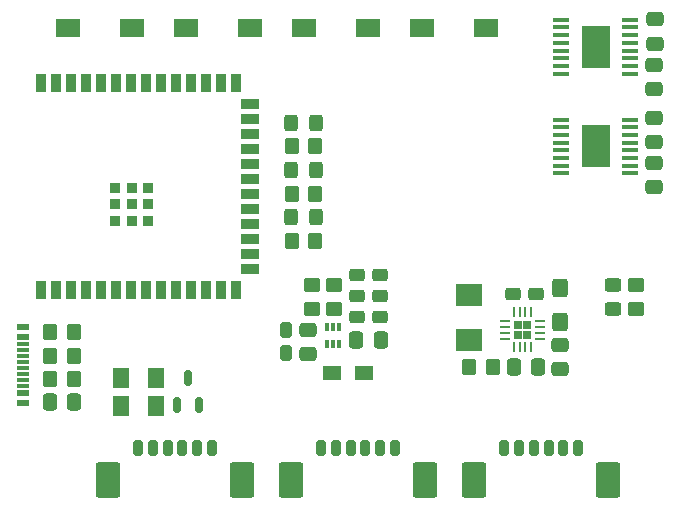
<source format=gtp>
G04 #@! TF.GenerationSoftware,KiCad,Pcbnew,8.0.4*
G04 #@! TF.CreationDate,2024-09-24T15:17:15+02:00*
G04 #@! TF.ProjectId,SUMEC_MK_IV,53554d45-435f-44d4-9b5f-49562e6b6963,v2.1.1*
G04 #@! TF.SameCoordinates,Original*
G04 #@! TF.FileFunction,Paste,Top*
G04 #@! TF.FilePolarity,Positive*
%FSLAX46Y46*%
G04 Gerber Fmt 4.6, Leading zero omitted, Abs format (unit mm)*
G04 Created by KiCad (PCBNEW 8.0.4) date 2024-09-24 15:17:15*
%MOMM*%
%LPD*%
G01*
G04 APERTURE LIST*
G04 Aperture macros list*
%AMRoundRect*
0 Rectangle with rounded corners*
0 $1 Rounding radius*
0 $2 $3 $4 $5 $6 $7 $8 $9 X,Y pos of 4 corners*
0 Add a 4 corners polygon primitive as box body*
4,1,4,$2,$3,$4,$5,$6,$7,$8,$9,$2,$3,0*
0 Add four circle primitives for the rounded corners*
1,1,$1+$1,$2,$3*
1,1,$1+$1,$4,$5*
1,1,$1+$1,$6,$7*
1,1,$1+$1,$8,$9*
0 Add four rect primitives between the rounded corners*
20,1,$1+$1,$2,$3,$4,$5,0*
20,1,$1+$1,$4,$5,$6,$7,0*
20,1,$1+$1,$6,$7,$8,$9,0*
20,1,$1+$1,$8,$9,$2,$3,0*%
G04 Aperture macros list end*
%ADD10RoundRect,0.250000X-0.450000X0.350000X-0.450000X-0.350000X0.450000X-0.350000X0.450000X0.350000X0*%
%ADD11RoundRect,0.182500X-0.182500X-0.182500X0.182500X-0.182500X0.182500X0.182500X-0.182500X0.182500X0*%
%ADD12RoundRect,0.062500X-0.350000X-0.062500X0.350000X-0.062500X0.350000X0.062500X-0.350000X0.062500X0*%
%ADD13RoundRect,0.062500X-0.062500X-0.350000X0.062500X-0.350000X0.062500X0.350000X-0.062500X0.350000X0*%
%ADD14RoundRect,0.200000X-0.200000X-0.450000X0.200000X-0.450000X0.200000X0.450000X-0.200000X0.450000X0*%
%ADD15RoundRect,0.250001X-0.799999X-1.249999X0.799999X-1.249999X0.799999X1.249999X-0.799999X1.249999X0*%
%ADD16R,1.475000X0.450000*%
%ADD17R,2.460000X3.550000*%
%ADD18RoundRect,0.250000X-0.337500X-0.475000X0.337500X-0.475000X0.337500X0.475000X-0.337500X0.475000X0*%
%ADD19RoundRect,0.250000X0.475000X-0.337500X0.475000X0.337500X-0.475000X0.337500X-0.475000X-0.337500X0*%
%ADD20RoundRect,0.250001X-0.462499X-0.624999X0.462499X-0.624999X0.462499X0.624999X-0.462499X0.624999X0*%
%ADD21RoundRect,0.250000X-0.475000X0.337500X-0.475000X-0.337500X0.475000X-0.337500X0.475000X0.337500X0*%
%ADD22RoundRect,0.250000X-0.350000X-0.450000X0.350000X-0.450000X0.350000X0.450000X-0.350000X0.450000X0*%
%ADD23RoundRect,0.150000X0.150000X-0.512500X0.150000X0.512500X-0.150000X0.512500X-0.150000X-0.512500X0*%
%ADD24R,2.000000X1.600000*%
%ADD25RoundRect,0.250000X-0.450000X0.325000X-0.450000X-0.325000X0.450000X-0.325000X0.450000X0.325000X0*%
%ADD26RoundRect,0.250000X-0.400000X-0.275000X0.400000X-0.275000X0.400000X0.275000X-0.400000X0.275000X0*%
%ADD27R,1.140000X0.600000*%
%ADD28R,1.140000X0.300000*%
%ADD29RoundRect,0.250000X0.325000X0.450000X-0.325000X0.450000X-0.325000X-0.450000X0.325000X-0.450000X0*%
%ADD30RoundRect,0.250000X0.425000X-0.537500X0.425000X0.537500X-0.425000X0.537500X-0.425000X-0.537500X0*%
%ADD31R,0.900000X1.500000*%
%ADD32R,1.500000X0.900000*%
%ADD33R,0.900000X0.900000*%
%ADD34RoundRect,0.085000X0.085000X-0.265000X0.085000X0.265000X-0.085000X0.265000X-0.085000X-0.265000X0*%
%ADD35RoundRect,0.250000X0.350000X0.450000X-0.350000X0.450000X-0.350000X-0.450000X0.350000X-0.450000X0*%
%ADD36RoundRect,0.250000X0.450000X-0.350000X0.450000X0.350000X-0.450000X0.350000X-0.450000X-0.350000X0*%
%ADD37RoundRect,0.250000X0.337500X0.475000X-0.337500X0.475000X-0.337500X-0.475000X0.337500X-0.475000X0*%
%ADD38R,2.286000X1.854500*%
%ADD39R,1.500000X1.200000*%
%ADD40RoundRect,0.250000X0.275000X-0.400000X0.275000X0.400000X-0.275000X0.400000X-0.275000X-0.400000X0*%
G04 APERTURE END LIST*
D10*
X160150000Y-106750000D03*
X160150000Y-108750000D03*
D11*
X150130000Y-110092500D03*
X150130000Y-110932500D03*
X150970000Y-110092500D03*
X150970000Y-110932500D03*
D12*
X149087500Y-109762500D03*
X149087500Y-110262500D03*
X149087500Y-110762500D03*
X149087500Y-111262500D03*
D13*
X149800000Y-111975000D03*
X150300000Y-111975000D03*
X150800000Y-111975000D03*
X151300000Y-111975000D03*
D12*
X152012500Y-111262500D03*
X152012500Y-110762500D03*
X152012500Y-110262500D03*
X152012500Y-109762500D03*
D13*
X151300000Y-109050000D03*
X150800000Y-109050000D03*
X150300000Y-109050000D03*
X149800000Y-109050000D03*
D14*
X118000000Y-120500000D03*
X119250000Y-120500000D03*
X120500000Y-120500000D03*
X121750000Y-120500000D03*
X123000000Y-120500000D03*
X124250000Y-120500000D03*
D15*
X115450000Y-123250000D03*
X126800000Y-123250000D03*
D16*
X153812000Y-84275000D03*
X153812000Y-84925000D03*
X153812000Y-85575000D03*
X153812000Y-86225000D03*
X153812000Y-86875000D03*
X153812000Y-87525000D03*
X153812000Y-88175000D03*
X153812000Y-88825000D03*
X159688000Y-88825000D03*
X159688000Y-88175000D03*
X159688000Y-87525000D03*
X159688000Y-86875000D03*
X159688000Y-86225000D03*
X159688000Y-85575000D03*
X159688000Y-84925000D03*
X159688000Y-84275000D03*
D17*
X156750000Y-86550000D03*
D14*
X133500000Y-120500000D03*
X134750000Y-120500000D03*
X136000000Y-120500000D03*
X137250000Y-120500000D03*
X138500000Y-120500000D03*
X139750000Y-120500000D03*
D15*
X130950000Y-123250000D03*
X142300000Y-123250000D03*
D18*
X149812500Y-113712500D03*
X151887500Y-113712500D03*
D10*
X134600000Y-106750000D03*
X134600000Y-108750000D03*
D19*
X132400000Y-112587500D03*
X132400000Y-110512500D03*
D16*
X153812000Y-92725000D03*
X153812000Y-93375000D03*
X153812000Y-94025000D03*
X153812000Y-94675000D03*
X153812000Y-95325000D03*
X153812000Y-95975000D03*
X153812000Y-96625000D03*
X153812000Y-97275000D03*
X159688000Y-97275000D03*
X159688000Y-96625000D03*
X159688000Y-95975000D03*
X159688000Y-95325000D03*
X159688000Y-94675000D03*
X159688000Y-94025000D03*
X159688000Y-93375000D03*
X159688000Y-92725000D03*
D17*
X156750000Y-95000000D03*
D20*
X116512500Y-117000000D03*
X119487500Y-117000000D03*
D21*
X153750000Y-111775000D03*
X153750000Y-113850000D03*
D19*
X161700000Y-98437500D03*
X161700000Y-96362500D03*
D22*
X110550000Y-110750000D03*
X112550000Y-110750000D03*
D23*
X121300000Y-116887500D03*
X123200000Y-116887500D03*
X122250000Y-114612500D03*
D21*
X161750000Y-84225000D03*
X161750000Y-86300000D03*
D24*
X137450000Y-85000000D03*
X132050000Y-85000000D03*
D25*
X158250000Y-106725000D03*
X158250000Y-108775000D03*
D24*
X147450000Y-85000000D03*
X142050000Y-85000000D03*
D22*
X131000000Y-103000000D03*
X133000000Y-103000000D03*
D26*
X149775000Y-107450000D03*
X151725000Y-107450000D03*
D27*
X108250000Y-110300000D03*
X108250000Y-111100000D03*
D28*
X108250000Y-112250000D03*
X108250000Y-113250000D03*
X108250000Y-113750000D03*
X108250000Y-114750000D03*
D27*
X108250000Y-116700000D03*
X108250000Y-115900000D03*
D28*
X108250000Y-115250000D03*
X108250000Y-114250000D03*
X108250000Y-112750000D03*
X108250000Y-111750000D03*
D20*
X116512500Y-114565000D03*
X119487500Y-114565000D03*
D26*
X136525000Y-105850000D03*
X138475000Y-105850000D03*
D22*
X146050000Y-113700000D03*
X148050000Y-113700000D03*
D14*
X149000000Y-120500000D03*
X150250000Y-120500000D03*
X151500000Y-120500000D03*
X152750000Y-120500000D03*
X154000000Y-120500000D03*
X155250000Y-120500000D03*
D15*
X146450000Y-123250000D03*
X157800000Y-123250000D03*
D22*
X110550000Y-112700000D03*
X112550000Y-112700000D03*
D29*
X133025000Y-93000000D03*
X130975000Y-93000000D03*
D19*
X161700000Y-90150000D03*
X161700000Y-88075000D03*
D24*
X117450000Y-85000000D03*
X112050000Y-85000000D03*
D30*
X153750000Y-109850000D03*
X153750000Y-106975000D03*
D24*
X122050000Y-85000000D03*
X127450000Y-85000000D03*
D18*
X136462500Y-111350000D03*
X138537500Y-111350000D03*
D31*
X109740000Y-107150000D03*
X111010000Y-107150000D03*
X112280000Y-107150000D03*
X113550000Y-107150000D03*
X114820000Y-107150000D03*
X116090000Y-107150000D03*
X117360000Y-107150000D03*
X118630000Y-107150000D03*
X119900000Y-107150000D03*
X121170000Y-107150000D03*
X122440000Y-107150000D03*
X123710000Y-107150000D03*
X124980000Y-107150000D03*
X126250000Y-107150000D03*
D32*
X127500000Y-105385000D03*
X127500000Y-104115000D03*
X127500000Y-102845000D03*
X127500000Y-101575000D03*
X127500000Y-100305000D03*
X127500000Y-99035000D03*
X127500000Y-97765000D03*
X127500000Y-96495000D03*
X127500000Y-95225000D03*
X127500000Y-93955000D03*
X127500000Y-92685000D03*
X127500000Y-91415000D03*
D31*
X126250000Y-89650000D03*
X124980000Y-89650000D03*
X123710000Y-89650000D03*
X122440000Y-89650000D03*
X121170000Y-89650000D03*
X119900000Y-89650000D03*
X118630000Y-89650000D03*
X117360000Y-89650000D03*
X116090000Y-89650000D03*
X114820000Y-89650000D03*
X113550000Y-89650000D03*
X112280000Y-89650000D03*
X111010000Y-89650000D03*
X109740000Y-89650000D03*
D33*
X116060000Y-101300000D03*
X117460000Y-101300000D03*
X118860000Y-101300000D03*
X118860000Y-101300000D03*
X116060000Y-99900000D03*
X116060000Y-99900000D03*
X117460000Y-99900000D03*
X118860000Y-99900000D03*
X116060000Y-98500000D03*
X117460000Y-98500000D03*
X118860000Y-98500000D03*
D22*
X131000000Y-99000000D03*
X133000000Y-99000000D03*
D26*
X136525000Y-107650000D03*
X138475000Y-107650000D03*
D29*
X133025000Y-101000000D03*
X130975000Y-101000000D03*
D22*
X131000000Y-95000000D03*
X133000000Y-95000000D03*
D34*
X134000000Y-111750000D03*
X134500000Y-111750000D03*
X135000000Y-111750000D03*
X135000000Y-110250000D03*
X134500000Y-110250000D03*
X134000000Y-110250000D03*
D35*
X112550000Y-114650000D03*
X110550000Y-114650000D03*
D26*
X136525000Y-109450000D03*
X138475000Y-109450000D03*
D21*
X161700000Y-92562500D03*
X161700000Y-94637500D03*
D36*
X132700000Y-108750000D03*
X132700000Y-106750000D03*
D37*
X112587500Y-116650000D03*
X110512500Y-116650000D03*
D38*
X146050000Y-111392250D03*
X146050000Y-107607750D03*
D39*
X134412500Y-114150000D03*
X137112500Y-114150000D03*
D40*
X130500000Y-112525000D03*
X130500000Y-110575000D03*
D29*
X133025000Y-97000000D03*
X130975000Y-97000000D03*
M02*

</source>
